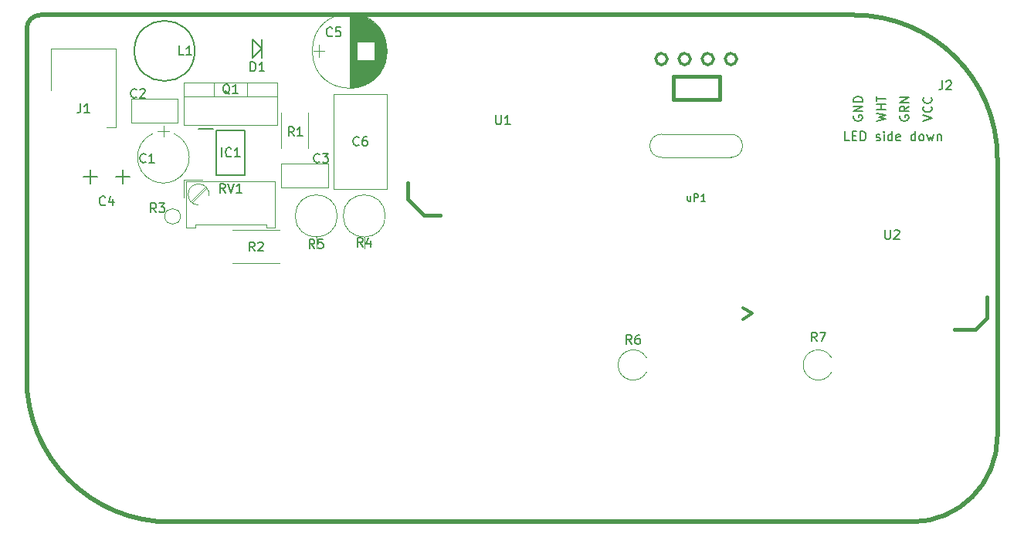
<source format=gto>
G04 #@! TF.GenerationSoftware,KiCad,Pcbnew,(5.1.0)-1*
G04 #@! TF.CreationDate,2019-05-08T22:47:31-04:00*
G04 #@! TF.ProjectId,NixieClock,4e697869-6543-46c6-9f63-6b2e6b696361,rev?*
G04 #@! TF.SameCoordinates,Original*
G04 #@! TF.FileFunction,Legend,Top*
G04 #@! TF.FilePolarity,Positive*
%FSLAX46Y46*%
G04 Gerber Fmt 4.6, Leading zero omitted, Abs format (unit mm)*
G04 Created by KiCad (PCBNEW (5.1.0)-1) date 2019-05-08 22:47:31*
%MOMM*%
%LPD*%
G04 APERTURE LIST*
%ADD10C,0.500000*%
%ADD11C,0.150000*%
%ADD12C,0.120000*%
%ADD13C,0.300000*%
%ADD14C,0.400000*%
%ADD15C,0.200000*%
%ADD16C,0.160000*%
G04 APERTURE END LIST*
D10*
X70866000Y-49022000D02*
X160020000Y-49022000D01*
X69342000Y-50546000D02*
G75*
G02X70866000Y-49022000I1524000J0D01*
G01*
X69342000Y-50546000D02*
X69342000Y-88900000D01*
X175768000Y-95250000D02*
X175768000Y-64770000D01*
X160020000Y-49022000D02*
G75*
G02X175768000Y-64770000I0J-15748000D01*
G01*
X85090000Y-104648000D02*
G75*
G02X69342000Y-88900000I0J15748000D01*
G01*
X175768000Y-95250000D02*
G75*
G02X166370000Y-104648000I-9398000J0D01*
G01*
X166370000Y-104648000D02*
X85090000Y-104648000D01*
D11*
X76327000Y-66040000D02*
X76327000Y-67564000D01*
X75565000Y-66802000D02*
X77089000Y-66802000D01*
X79121000Y-66802000D02*
X80645000Y-66802000D01*
X79883000Y-66040000D02*
X79883000Y-67564000D01*
D12*
X79121000Y-61341000D02*
X78105000Y-61341000D01*
X79121000Y-52705000D02*
X79121000Y-61341000D01*
X72009000Y-52705000D02*
X79121000Y-52705000D01*
X72009000Y-57277000D02*
X72009000Y-52705000D01*
D13*
X148844000Y-81788000D02*
X147828000Y-81153000D01*
X147828000Y-82423000D02*
X148844000Y-81788000D01*
D12*
X146558000Y-62103000D02*
G75*
G02X146558000Y-64643000I0J-1270000D01*
G01*
X138938000Y-64643000D02*
G75*
G02X138938000Y-62103000I0J1270000D01*
G01*
D14*
X140208000Y-55753000D02*
X140208000Y-58293000D01*
X145288000Y-55753000D02*
X140208000Y-55753000D01*
X145288000Y-58293000D02*
X145288000Y-55753000D01*
X140208000Y-58293000D02*
X145288000Y-58293000D01*
D12*
X146558000Y-62103000D02*
X138938000Y-62103000D01*
X138938000Y-64643000D02*
X146558000Y-64643000D01*
D13*
X147188000Y-53848000D02*
G75*
G03X147188000Y-53848000I-630000J0D01*
G01*
X144648000Y-53848000D02*
G75*
G03X144648000Y-53848000I-630000J0D01*
G01*
X142108000Y-53848000D02*
G75*
G03X142108000Y-53848000I-630000J0D01*
G01*
X139568000Y-53848000D02*
G75*
G03X139568000Y-53848000I-630000J0D01*
G01*
D14*
X174625000Y-82296000D02*
X174625000Y-80010000D01*
X173355000Y-83566000D02*
X171069000Y-83566000D01*
X173355000Y-83566000D02*
X174625000Y-82296000D01*
X111125000Y-67437000D02*
X111125000Y-69215000D01*
X112903000Y-70993000D02*
X114681000Y-70993000D01*
X111125000Y-69215000D02*
X112903000Y-70993000D01*
D12*
X97242000Y-65365000D02*
X102362000Y-65365000D01*
X97242000Y-67985000D02*
X102362000Y-67985000D01*
X97242000Y-65365000D02*
X97242000Y-67985000D01*
X102362000Y-65365000D02*
X102362000Y-67985000D01*
D11*
X95123000Y-53721000D02*
X95123000Y-51689000D01*
X94107000Y-51689000D02*
X94107000Y-53721000D01*
X95123000Y-52705000D02*
X94107000Y-51689000D01*
X94107000Y-53721000D02*
X95123000Y-52705000D01*
D12*
X91888000Y-72602000D02*
X97088000Y-72602000D01*
X97088000Y-76242000D02*
X91888000Y-76242000D01*
D11*
X87766755Y-52959000D02*
G75*
G03X87766755Y-52959000I-3311755J0D01*
G01*
D12*
X85507967Y-67206269D02*
G75*
G03X85508000Y-62039746I-1179967J2583269D01*
G01*
X83148033Y-67206269D02*
G75*
G02X83148000Y-62039746I1179967J2583269D01*
G01*
X83148033Y-67206269D02*
G75*
G03X85508000Y-67206254I1179967J2583269D01*
G01*
X84328000Y-61173000D02*
X84328000Y-62373000D01*
X84978000Y-61773000D02*
X83678000Y-61773000D01*
X157588628Y-88226222D02*
G75*
G02X157588310Y-86626800I-1454828J799422D01*
G01*
X137294028Y-88226222D02*
G75*
G02X137293710Y-86626800I-1454828J799422D01*
G01*
X80772000Y-60873000D02*
X80772000Y-58253000D01*
X85892000Y-60873000D02*
X85892000Y-58253000D01*
X85892000Y-58253000D02*
X80772000Y-58253000D01*
X85892000Y-60873000D02*
X80772000Y-60873000D01*
X108837000Y-52959000D02*
G75*
G03X108837000Y-52959000I-4090000J0D01*
G01*
X104747000Y-48909000D02*
X104747000Y-57009000D01*
X104787000Y-48909000D02*
X104787000Y-57009000D01*
X104827000Y-48909000D02*
X104827000Y-57009000D01*
X104867000Y-48910000D02*
X104867000Y-57008000D01*
X104907000Y-48912000D02*
X104907000Y-57006000D01*
X104947000Y-48913000D02*
X104947000Y-57005000D01*
X104987000Y-48916000D02*
X104987000Y-57002000D01*
X105027000Y-48918000D02*
X105027000Y-57000000D01*
X105067000Y-48921000D02*
X105067000Y-56997000D01*
X105107000Y-48924000D02*
X105107000Y-56994000D01*
X105147000Y-48928000D02*
X105147000Y-56990000D01*
X105187000Y-48932000D02*
X105187000Y-56986000D01*
X105227000Y-48937000D02*
X105227000Y-56981000D01*
X105267000Y-48942000D02*
X105267000Y-56976000D01*
X105307000Y-48947000D02*
X105307000Y-56971000D01*
X105347000Y-48953000D02*
X105347000Y-56965000D01*
X105387000Y-48959000D02*
X105387000Y-56959000D01*
X105427000Y-48965000D02*
X105427000Y-56953000D01*
X105468000Y-48972000D02*
X105468000Y-56946000D01*
X105508000Y-48980000D02*
X105508000Y-56938000D01*
X105548000Y-48988000D02*
X105548000Y-51979000D01*
X105548000Y-53939000D02*
X105548000Y-56930000D01*
X105588000Y-48996000D02*
X105588000Y-51979000D01*
X105588000Y-53939000D02*
X105588000Y-56922000D01*
X105628000Y-49004000D02*
X105628000Y-51979000D01*
X105628000Y-53939000D02*
X105628000Y-56914000D01*
X105668000Y-49013000D02*
X105668000Y-51979000D01*
X105668000Y-53939000D02*
X105668000Y-56905000D01*
X105708000Y-49023000D02*
X105708000Y-51979000D01*
X105708000Y-53939000D02*
X105708000Y-56895000D01*
X105748000Y-49033000D02*
X105748000Y-51979000D01*
X105748000Y-53939000D02*
X105748000Y-56885000D01*
X105788000Y-49043000D02*
X105788000Y-51979000D01*
X105788000Y-53939000D02*
X105788000Y-56875000D01*
X105828000Y-49054000D02*
X105828000Y-51979000D01*
X105828000Y-53939000D02*
X105828000Y-56864000D01*
X105868000Y-49065000D02*
X105868000Y-51979000D01*
X105868000Y-53939000D02*
X105868000Y-56853000D01*
X105908000Y-49076000D02*
X105908000Y-51979000D01*
X105908000Y-53939000D02*
X105908000Y-56842000D01*
X105948000Y-49089000D02*
X105948000Y-51979000D01*
X105948000Y-53939000D02*
X105948000Y-56829000D01*
X105988000Y-49101000D02*
X105988000Y-51979000D01*
X105988000Y-53939000D02*
X105988000Y-56817000D01*
X106028000Y-49114000D02*
X106028000Y-51979000D01*
X106028000Y-53939000D02*
X106028000Y-56804000D01*
X106068000Y-49127000D02*
X106068000Y-51979000D01*
X106068000Y-53939000D02*
X106068000Y-56791000D01*
X106108000Y-49141000D02*
X106108000Y-51979000D01*
X106108000Y-53939000D02*
X106108000Y-56777000D01*
X106148000Y-49156000D02*
X106148000Y-51979000D01*
X106148000Y-53939000D02*
X106148000Y-56762000D01*
X106188000Y-49170000D02*
X106188000Y-51979000D01*
X106188000Y-53939000D02*
X106188000Y-56748000D01*
X106228000Y-49186000D02*
X106228000Y-51979000D01*
X106228000Y-53939000D02*
X106228000Y-56732000D01*
X106268000Y-49201000D02*
X106268000Y-51979000D01*
X106268000Y-53939000D02*
X106268000Y-56717000D01*
X106308000Y-49218000D02*
X106308000Y-51979000D01*
X106308000Y-53939000D02*
X106308000Y-56700000D01*
X106348000Y-49234000D02*
X106348000Y-51979000D01*
X106348000Y-53939000D02*
X106348000Y-56684000D01*
X106388000Y-49252000D02*
X106388000Y-51979000D01*
X106388000Y-53939000D02*
X106388000Y-56666000D01*
X106428000Y-49269000D02*
X106428000Y-51979000D01*
X106428000Y-53939000D02*
X106428000Y-56649000D01*
X106468000Y-49288000D02*
X106468000Y-51979000D01*
X106468000Y-53939000D02*
X106468000Y-56630000D01*
X106508000Y-49307000D02*
X106508000Y-51979000D01*
X106508000Y-53939000D02*
X106508000Y-56611000D01*
X106548000Y-49326000D02*
X106548000Y-51979000D01*
X106548000Y-53939000D02*
X106548000Y-56592000D01*
X106588000Y-49346000D02*
X106588000Y-51979000D01*
X106588000Y-53939000D02*
X106588000Y-56572000D01*
X106628000Y-49366000D02*
X106628000Y-51979000D01*
X106628000Y-53939000D02*
X106628000Y-56552000D01*
X106668000Y-49387000D02*
X106668000Y-51979000D01*
X106668000Y-53939000D02*
X106668000Y-56531000D01*
X106708000Y-49409000D02*
X106708000Y-51979000D01*
X106708000Y-53939000D02*
X106708000Y-56509000D01*
X106748000Y-49431000D02*
X106748000Y-51979000D01*
X106748000Y-53939000D02*
X106748000Y-56487000D01*
X106788000Y-49454000D02*
X106788000Y-51979000D01*
X106788000Y-53939000D02*
X106788000Y-56464000D01*
X106828000Y-49477000D02*
X106828000Y-51979000D01*
X106828000Y-53939000D02*
X106828000Y-56441000D01*
X106868000Y-49501000D02*
X106868000Y-51979000D01*
X106868000Y-53939000D02*
X106868000Y-56417000D01*
X106908000Y-49525000D02*
X106908000Y-51979000D01*
X106908000Y-53939000D02*
X106908000Y-56393000D01*
X106948000Y-49551000D02*
X106948000Y-51979000D01*
X106948000Y-53939000D02*
X106948000Y-56367000D01*
X106988000Y-49576000D02*
X106988000Y-51979000D01*
X106988000Y-53939000D02*
X106988000Y-56342000D01*
X107028000Y-49603000D02*
X107028000Y-51979000D01*
X107028000Y-53939000D02*
X107028000Y-56315000D01*
X107068000Y-49630000D02*
X107068000Y-51979000D01*
X107068000Y-53939000D02*
X107068000Y-56288000D01*
X107108000Y-49658000D02*
X107108000Y-51979000D01*
X107108000Y-53939000D02*
X107108000Y-56260000D01*
X107148000Y-49687000D02*
X107148000Y-51979000D01*
X107148000Y-53939000D02*
X107148000Y-56231000D01*
X107188000Y-49716000D02*
X107188000Y-51979000D01*
X107188000Y-53939000D02*
X107188000Y-56202000D01*
X107228000Y-49746000D02*
X107228000Y-51979000D01*
X107228000Y-53939000D02*
X107228000Y-56172000D01*
X107268000Y-49777000D02*
X107268000Y-51979000D01*
X107268000Y-53939000D02*
X107268000Y-56141000D01*
X107308000Y-49809000D02*
X107308000Y-51979000D01*
X107308000Y-53939000D02*
X107308000Y-56109000D01*
X107348000Y-49841000D02*
X107348000Y-51979000D01*
X107348000Y-53939000D02*
X107348000Y-56077000D01*
X107388000Y-49875000D02*
X107388000Y-51979000D01*
X107388000Y-53939000D02*
X107388000Y-56043000D01*
X107428000Y-49909000D02*
X107428000Y-51979000D01*
X107428000Y-53939000D02*
X107428000Y-56009000D01*
X107468000Y-49944000D02*
X107468000Y-51979000D01*
X107468000Y-53939000D02*
X107468000Y-55974000D01*
X107508000Y-49980000D02*
X107508000Y-55938000D01*
X107548000Y-50017000D02*
X107548000Y-55901000D01*
X107588000Y-50055000D02*
X107588000Y-55863000D01*
X107628000Y-50094000D02*
X107628000Y-55824000D01*
X107668000Y-50135000D02*
X107668000Y-55783000D01*
X107708000Y-50176000D02*
X107708000Y-55742000D01*
X107748000Y-50219000D02*
X107748000Y-55699000D01*
X107788000Y-50262000D02*
X107788000Y-55656000D01*
X107828000Y-50307000D02*
X107828000Y-55611000D01*
X107868000Y-50354000D02*
X107868000Y-55564000D01*
X107908000Y-50402000D02*
X107908000Y-55516000D01*
X107948000Y-50451000D02*
X107948000Y-55467000D01*
X107988000Y-50502000D02*
X107988000Y-55416000D01*
X108028000Y-50555000D02*
X108028000Y-55363000D01*
X108068000Y-50610000D02*
X108068000Y-55308000D01*
X108108000Y-50666000D02*
X108108000Y-55252000D01*
X108148000Y-50725000D02*
X108148000Y-55193000D01*
X108188000Y-50786000D02*
X108188000Y-55132000D01*
X108228000Y-50850000D02*
X108228000Y-55068000D01*
X108268000Y-50916000D02*
X108268000Y-55002000D01*
X108308000Y-50985000D02*
X108308000Y-54933000D01*
X108348000Y-51057000D02*
X108348000Y-54861000D01*
X108388000Y-51133000D02*
X108388000Y-54785000D01*
X108428000Y-51214000D02*
X108428000Y-54704000D01*
X108468000Y-51299000D02*
X108468000Y-54619000D01*
X108508000Y-51389000D02*
X108508000Y-54529000D01*
X108548000Y-51486000D02*
X108548000Y-54432000D01*
X108588000Y-51590000D02*
X108588000Y-54328000D01*
X108628000Y-51705000D02*
X108628000Y-54213000D01*
X108668000Y-51832000D02*
X108668000Y-54086000D01*
X108708000Y-51976000D02*
X108708000Y-53942000D01*
X108748000Y-52145000D02*
X108748000Y-53773000D01*
X108788000Y-52361000D02*
X108788000Y-53557000D01*
X108828000Y-52713000D02*
X108828000Y-53205000D01*
X100797000Y-52959000D02*
X101997000Y-52959000D01*
X101397000Y-52309000D02*
X101397000Y-53609000D01*
X103008000Y-68135000D02*
X103008000Y-57715000D01*
X108828000Y-68135000D02*
X108828000Y-57715000D01*
X103008000Y-68135000D02*
X108828000Y-68135000D01*
X103008000Y-57715000D02*
X108828000Y-57715000D01*
X86574000Y-56435000D02*
X96814000Y-56435000D01*
X86574000Y-61076000D02*
X96814000Y-61076000D01*
X86574000Y-56435000D02*
X86574000Y-61076000D01*
X96814000Y-56435000D02*
X96814000Y-61076000D01*
X86574000Y-57945000D02*
X96814000Y-57945000D01*
X89844000Y-56435000D02*
X89844000Y-57945000D01*
X93545000Y-56435000D02*
X93545000Y-57945000D01*
X97199000Y-63672000D02*
X97199000Y-59772000D01*
X100159000Y-59772000D02*
X100159000Y-63672000D01*
X86204000Y-71120000D02*
G75*
G03X86204000Y-71120000I-860000J0D01*
G01*
X85344000Y-70260000D02*
X85344000Y-70220000D01*
X88178842Y-69864824D02*
G75*
G02X88199000Y-67555000I20158J1154824D01*
G01*
X88178226Y-67556043D02*
G75*
G02X89342000Y-68870000I20774J-1153957D01*
G01*
X86809000Y-67310000D02*
X86809000Y-72380000D01*
X86809000Y-72380000D02*
X87799000Y-72380000D01*
X87799000Y-72380000D02*
X87799000Y-72000000D01*
X87799000Y-72000000D02*
X95589000Y-72000000D01*
X95589000Y-72000000D02*
X95589000Y-72380000D01*
X95589000Y-72380000D02*
X96579000Y-72380000D01*
X96579000Y-72380000D02*
X96579000Y-67310000D01*
X96579000Y-67310000D02*
X86809000Y-67310000D01*
X87323000Y-69444000D02*
X88934000Y-67834000D01*
X87463000Y-69585000D02*
X88156000Y-68893000D01*
X88196000Y-68852000D02*
X89075000Y-67975000D01*
X86569000Y-69070000D02*
X86569000Y-67070000D01*
X86569000Y-67070000D02*
X88569000Y-67070000D01*
D15*
X88219000Y-61555000D02*
X89744000Y-61555000D01*
X90094000Y-66585000D02*
X90094000Y-61685000D01*
X93294000Y-66585000D02*
X90094000Y-66585000D01*
X93294000Y-61685000D02*
X93294000Y-66585000D01*
X90094000Y-61685000D02*
X93294000Y-61685000D01*
D12*
X108659800Y-71069200D02*
G75*
G03X108659800Y-71069200I-2310000J0D01*
G01*
X106349800Y-73379200D02*
X106349800Y-74649200D01*
X103402000Y-71069200D02*
G75*
G03X103402000Y-71069200I-2310000J0D01*
G01*
X101092000Y-73379200D02*
X101092000Y-74649200D01*
D11*
X77938333Y-69826142D02*
X77890714Y-69873761D01*
X77747857Y-69921380D01*
X77652619Y-69921380D01*
X77509761Y-69873761D01*
X77414523Y-69778523D01*
X77366904Y-69683285D01*
X77319285Y-69492809D01*
X77319285Y-69349952D01*
X77366904Y-69159476D01*
X77414523Y-69064238D01*
X77509761Y-68969000D01*
X77652619Y-68921380D01*
X77747857Y-68921380D01*
X77890714Y-68969000D01*
X77938333Y-69016619D01*
X78795476Y-69254714D02*
X78795476Y-69921380D01*
X78557380Y-68873761D02*
X78319285Y-69588047D01*
X78938333Y-69588047D01*
X75231666Y-58761380D02*
X75231666Y-59475666D01*
X75184047Y-59618523D01*
X75088809Y-59713761D01*
X74945952Y-59761380D01*
X74850714Y-59761380D01*
X76231666Y-59761380D02*
X75660238Y-59761380D01*
X75945952Y-59761380D02*
X75945952Y-58761380D01*
X75850714Y-58904238D01*
X75755476Y-58999476D01*
X75660238Y-59047095D01*
D16*
X142138476Y-68916571D02*
X142138476Y-69449904D01*
X141795619Y-68916571D02*
X141795619Y-69335619D01*
X141833714Y-69411809D01*
X141909904Y-69449904D01*
X142024190Y-69449904D01*
X142100380Y-69411809D01*
X142138476Y-69373714D01*
X142519428Y-69449904D02*
X142519428Y-68649904D01*
X142824190Y-68649904D01*
X142900380Y-68688000D01*
X142938476Y-68726095D01*
X142976571Y-68802285D01*
X142976571Y-68916571D01*
X142938476Y-68992761D01*
X142900380Y-69030857D01*
X142824190Y-69068952D01*
X142519428Y-69068952D01*
X143738476Y-69449904D02*
X143281333Y-69449904D01*
X143509904Y-69449904D02*
X143509904Y-68649904D01*
X143433714Y-68764190D01*
X143357523Y-68840380D01*
X143281333Y-68878476D01*
D11*
X163449095Y-72604380D02*
X163449095Y-73413904D01*
X163496714Y-73509142D01*
X163544333Y-73556761D01*
X163639571Y-73604380D01*
X163830047Y-73604380D01*
X163925285Y-73556761D01*
X163972904Y-73509142D01*
X164020523Y-73413904D01*
X164020523Y-72604380D01*
X164449095Y-72699619D02*
X164496714Y-72652000D01*
X164591952Y-72604380D01*
X164830047Y-72604380D01*
X164925285Y-72652000D01*
X164972904Y-72699619D01*
X165020523Y-72794857D01*
X165020523Y-72890095D01*
X164972904Y-73032952D01*
X164401476Y-73604380D01*
X165020523Y-73604380D01*
X120777095Y-60031380D02*
X120777095Y-60840904D01*
X120824714Y-60936142D01*
X120872333Y-60983761D01*
X120967571Y-61031380D01*
X121158047Y-61031380D01*
X121253285Y-60983761D01*
X121300904Y-60936142D01*
X121348523Y-60840904D01*
X121348523Y-60031380D01*
X122348523Y-61031380D02*
X121777095Y-61031380D01*
X122062809Y-61031380D02*
X122062809Y-60031380D01*
X121967571Y-60174238D01*
X121872333Y-60269476D01*
X121777095Y-60317095D01*
X101433333Y-65127142D02*
X101385714Y-65174761D01*
X101242857Y-65222380D01*
X101147619Y-65222380D01*
X101004761Y-65174761D01*
X100909523Y-65079523D01*
X100861904Y-64984285D01*
X100814285Y-64793809D01*
X100814285Y-64650952D01*
X100861904Y-64460476D01*
X100909523Y-64365238D01*
X101004761Y-64270000D01*
X101147619Y-64222380D01*
X101242857Y-64222380D01*
X101385714Y-64270000D01*
X101433333Y-64317619D01*
X101766666Y-64222380D02*
X102385714Y-64222380D01*
X102052380Y-64603333D01*
X102195238Y-64603333D01*
X102290476Y-64650952D01*
X102338095Y-64698571D01*
X102385714Y-64793809D01*
X102385714Y-65031904D01*
X102338095Y-65127142D01*
X102290476Y-65174761D01*
X102195238Y-65222380D01*
X101909523Y-65222380D01*
X101814285Y-65174761D01*
X101766666Y-65127142D01*
X93876904Y-55189380D02*
X93876904Y-54189380D01*
X94115000Y-54189380D01*
X94257857Y-54237000D01*
X94353095Y-54332238D01*
X94400714Y-54427476D01*
X94448333Y-54617952D01*
X94448333Y-54760809D01*
X94400714Y-54951285D01*
X94353095Y-55046523D01*
X94257857Y-55141761D01*
X94115000Y-55189380D01*
X93876904Y-55189380D01*
X95400714Y-55189380D02*
X94829285Y-55189380D01*
X95115000Y-55189380D02*
X95115000Y-54189380D01*
X95019761Y-54332238D01*
X94924523Y-54427476D01*
X94829285Y-54475095D01*
X94321333Y-74925180D02*
X93988000Y-74448990D01*
X93749904Y-74925180D02*
X93749904Y-73925180D01*
X94130857Y-73925180D01*
X94226095Y-73972800D01*
X94273714Y-74020419D01*
X94321333Y-74115657D01*
X94321333Y-74258514D01*
X94273714Y-74353752D01*
X94226095Y-74401371D01*
X94130857Y-74448990D01*
X93749904Y-74448990D01*
X94702285Y-74020419D02*
X94749904Y-73972800D01*
X94845142Y-73925180D01*
X95083238Y-73925180D01*
X95178476Y-73972800D01*
X95226095Y-74020419D01*
X95273714Y-74115657D01*
X95273714Y-74210895D01*
X95226095Y-74353752D01*
X94654666Y-74925180D01*
X95273714Y-74925180D01*
X169719666Y-56221380D02*
X169719666Y-56935666D01*
X169672047Y-57078523D01*
X169576809Y-57173761D01*
X169433952Y-57221380D01*
X169338714Y-57221380D01*
X170148238Y-56316619D02*
X170195857Y-56269000D01*
X170291095Y-56221380D01*
X170529190Y-56221380D01*
X170624428Y-56269000D01*
X170672047Y-56316619D01*
X170719666Y-56411857D01*
X170719666Y-56507095D01*
X170672047Y-56649952D01*
X170100619Y-57221380D01*
X170719666Y-57221380D01*
X162520380Y-60642333D02*
X163520380Y-60404238D01*
X162806095Y-60213761D01*
X163520380Y-60023285D01*
X162520380Y-59785190D01*
X163520380Y-59404238D02*
X162520380Y-59404238D01*
X162996571Y-59404238D02*
X162996571Y-58832809D01*
X163520380Y-58832809D02*
X162520380Y-58832809D01*
X162520380Y-58499476D02*
X162520380Y-57928047D01*
X163520380Y-58213761D02*
X162520380Y-58213761D01*
X165108000Y-60070904D02*
X165060380Y-60166142D01*
X165060380Y-60309000D01*
X165108000Y-60451857D01*
X165203238Y-60547095D01*
X165298476Y-60594714D01*
X165488952Y-60642333D01*
X165631809Y-60642333D01*
X165822285Y-60594714D01*
X165917523Y-60547095D01*
X166012761Y-60451857D01*
X166060380Y-60309000D01*
X166060380Y-60213761D01*
X166012761Y-60070904D01*
X165965142Y-60023285D01*
X165631809Y-60023285D01*
X165631809Y-60213761D01*
X166060380Y-59023285D02*
X165584190Y-59356619D01*
X166060380Y-59594714D02*
X165060380Y-59594714D01*
X165060380Y-59213761D01*
X165108000Y-59118523D01*
X165155619Y-59070904D01*
X165250857Y-59023285D01*
X165393714Y-59023285D01*
X165488952Y-59070904D01*
X165536571Y-59118523D01*
X165584190Y-59213761D01*
X165584190Y-59594714D01*
X166060380Y-58594714D02*
X165060380Y-58594714D01*
X166060380Y-58023285D01*
X165060380Y-58023285D01*
X167600380Y-60642333D02*
X168600380Y-60309000D01*
X167600380Y-59975666D01*
X168505142Y-59070904D02*
X168552761Y-59118523D01*
X168600380Y-59261380D01*
X168600380Y-59356619D01*
X168552761Y-59499476D01*
X168457523Y-59594714D01*
X168362285Y-59642333D01*
X168171809Y-59689952D01*
X168028952Y-59689952D01*
X167838476Y-59642333D01*
X167743238Y-59594714D01*
X167648000Y-59499476D01*
X167600380Y-59356619D01*
X167600380Y-59261380D01*
X167648000Y-59118523D01*
X167695619Y-59070904D01*
X168505142Y-58070904D02*
X168552761Y-58118523D01*
X168600380Y-58261380D01*
X168600380Y-58356619D01*
X168552761Y-58499476D01*
X168457523Y-58594714D01*
X168362285Y-58642333D01*
X168171809Y-58689952D01*
X168028952Y-58689952D01*
X167838476Y-58642333D01*
X167743238Y-58594714D01*
X167648000Y-58499476D01*
X167600380Y-58356619D01*
X167600380Y-58261380D01*
X167648000Y-58118523D01*
X167695619Y-58070904D01*
X159528476Y-62809380D02*
X159052285Y-62809380D01*
X159052285Y-61809380D01*
X159861809Y-62285571D02*
X160195142Y-62285571D01*
X160338000Y-62809380D02*
X159861809Y-62809380D01*
X159861809Y-61809380D01*
X160338000Y-61809380D01*
X160766571Y-62809380D02*
X160766571Y-61809380D01*
X161004666Y-61809380D01*
X161147523Y-61857000D01*
X161242761Y-61952238D01*
X161290380Y-62047476D01*
X161338000Y-62237952D01*
X161338000Y-62380809D01*
X161290380Y-62571285D01*
X161242761Y-62666523D01*
X161147523Y-62761761D01*
X161004666Y-62809380D01*
X160766571Y-62809380D01*
X162480857Y-62761761D02*
X162576095Y-62809380D01*
X162766571Y-62809380D01*
X162861809Y-62761761D01*
X162909428Y-62666523D01*
X162909428Y-62618904D01*
X162861809Y-62523666D01*
X162766571Y-62476047D01*
X162623714Y-62476047D01*
X162528476Y-62428428D01*
X162480857Y-62333190D01*
X162480857Y-62285571D01*
X162528476Y-62190333D01*
X162623714Y-62142714D01*
X162766571Y-62142714D01*
X162861809Y-62190333D01*
X163338000Y-62809380D02*
X163338000Y-62142714D01*
X163338000Y-61809380D02*
X163290380Y-61857000D01*
X163338000Y-61904619D01*
X163385619Y-61857000D01*
X163338000Y-61809380D01*
X163338000Y-61904619D01*
X164242761Y-62809380D02*
X164242761Y-61809380D01*
X164242761Y-62761761D02*
X164147523Y-62809380D01*
X163957047Y-62809380D01*
X163861809Y-62761761D01*
X163814190Y-62714142D01*
X163766571Y-62618904D01*
X163766571Y-62333190D01*
X163814190Y-62237952D01*
X163861809Y-62190333D01*
X163957047Y-62142714D01*
X164147523Y-62142714D01*
X164242761Y-62190333D01*
X165099904Y-62761761D02*
X165004666Y-62809380D01*
X164814190Y-62809380D01*
X164718952Y-62761761D01*
X164671333Y-62666523D01*
X164671333Y-62285571D01*
X164718952Y-62190333D01*
X164814190Y-62142714D01*
X165004666Y-62142714D01*
X165099904Y-62190333D01*
X165147523Y-62285571D01*
X165147523Y-62380809D01*
X164671333Y-62476047D01*
X166766571Y-62809380D02*
X166766571Y-61809380D01*
X166766571Y-62761761D02*
X166671333Y-62809380D01*
X166480857Y-62809380D01*
X166385619Y-62761761D01*
X166338000Y-62714142D01*
X166290380Y-62618904D01*
X166290380Y-62333190D01*
X166338000Y-62237952D01*
X166385619Y-62190333D01*
X166480857Y-62142714D01*
X166671333Y-62142714D01*
X166766571Y-62190333D01*
X167385619Y-62809380D02*
X167290380Y-62761761D01*
X167242761Y-62714142D01*
X167195142Y-62618904D01*
X167195142Y-62333190D01*
X167242761Y-62237952D01*
X167290380Y-62190333D01*
X167385619Y-62142714D01*
X167528476Y-62142714D01*
X167623714Y-62190333D01*
X167671333Y-62237952D01*
X167718952Y-62333190D01*
X167718952Y-62618904D01*
X167671333Y-62714142D01*
X167623714Y-62761761D01*
X167528476Y-62809380D01*
X167385619Y-62809380D01*
X168052285Y-62142714D02*
X168242761Y-62809380D01*
X168433238Y-62333190D01*
X168623714Y-62809380D01*
X168814190Y-62142714D01*
X169195142Y-62142714D02*
X169195142Y-62809380D01*
X169195142Y-62237952D02*
X169242761Y-62190333D01*
X169338000Y-62142714D01*
X169480857Y-62142714D01*
X169576095Y-62190333D01*
X169623714Y-62285571D01*
X169623714Y-62809380D01*
X160028000Y-60070904D02*
X159980380Y-60166142D01*
X159980380Y-60309000D01*
X160028000Y-60451857D01*
X160123238Y-60547095D01*
X160218476Y-60594714D01*
X160408952Y-60642333D01*
X160551809Y-60642333D01*
X160742285Y-60594714D01*
X160837523Y-60547095D01*
X160932761Y-60451857D01*
X160980380Y-60309000D01*
X160980380Y-60213761D01*
X160932761Y-60070904D01*
X160885142Y-60023285D01*
X160551809Y-60023285D01*
X160551809Y-60213761D01*
X160980380Y-59594714D02*
X159980380Y-59594714D01*
X160980380Y-59023285D01*
X159980380Y-59023285D01*
X160980380Y-58547095D02*
X159980380Y-58547095D01*
X159980380Y-58309000D01*
X160028000Y-58166142D01*
X160123238Y-58070904D01*
X160218476Y-58023285D01*
X160408952Y-57975666D01*
X160551809Y-57975666D01*
X160742285Y-58023285D01*
X160837523Y-58070904D01*
X160932761Y-58166142D01*
X160980380Y-58309000D01*
X160980380Y-58547095D01*
X86574333Y-53411380D02*
X86098142Y-53411380D01*
X86098142Y-52411380D01*
X87431476Y-53411380D02*
X86860047Y-53411380D01*
X87145761Y-53411380D02*
X87145761Y-52411380D01*
X87050523Y-52554238D01*
X86955285Y-52649476D01*
X86860047Y-52697095D01*
X82383333Y-65127142D02*
X82335714Y-65174761D01*
X82192857Y-65222380D01*
X82097619Y-65222380D01*
X81954761Y-65174761D01*
X81859523Y-65079523D01*
X81811904Y-64984285D01*
X81764285Y-64793809D01*
X81764285Y-64650952D01*
X81811904Y-64460476D01*
X81859523Y-64365238D01*
X81954761Y-64270000D01*
X82097619Y-64222380D01*
X82192857Y-64222380D01*
X82335714Y-64270000D01*
X82383333Y-64317619D01*
X83335714Y-65222380D02*
X82764285Y-65222380D01*
X83050000Y-65222380D02*
X83050000Y-64222380D01*
X82954761Y-64365238D01*
X82859523Y-64460476D01*
X82764285Y-64508095D01*
X155967133Y-84831180D02*
X155633800Y-84354990D01*
X155395704Y-84831180D02*
X155395704Y-83831180D01*
X155776657Y-83831180D01*
X155871895Y-83878800D01*
X155919514Y-83926419D01*
X155967133Y-84021657D01*
X155967133Y-84164514D01*
X155919514Y-84259752D01*
X155871895Y-84307371D01*
X155776657Y-84354990D01*
X155395704Y-84354990D01*
X156300466Y-83831180D02*
X156967133Y-83831180D01*
X156538561Y-84831180D01*
X135672533Y-85135980D02*
X135339200Y-84659790D01*
X135101104Y-85135980D02*
X135101104Y-84135980D01*
X135482057Y-84135980D01*
X135577295Y-84183600D01*
X135624914Y-84231219D01*
X135672533Y-84326457D01*
X135672533Y-84469314D01*
X135624914Y-84564552D01*
X135577295Y-84612171D01*
X135482057Y-84659790D01*
X135101104Y-84659790D01*
X136529676Y-84135980D02*
X136339200Y-84135980D01*
X136243961Y-84183600D01*
X136196342Y-84231219D01*
X136101104Y-84374076D01*
X136053485Y-84564552D01*
X136053485Y-84945504D01*
X136101104Y-85040742D01*
X136148723Y-85088361D01*
X136243961Y-85135980D01*
X136434438Y-85135980D01*
X136529676Y-85088361D01*
X136577295Y-85040742D01*
X136624914Y-84945504D01*
X136624914Y-84707409D01*
X136577295Y-84612171D01*
X136529676Y-84564552D01*
X136434438Y-84516933D01*
X136243961Y-84516933D01*
X136148723Y-84564552D01*
X136101104Y-84612171D01*
X136053485Y-84707409D01*
X81367333Y-58015142D02*
X81319714Y-58062761D01*
X81176857Y-58110380D01*
X81081619Y-58110380D01*
X80938761Y-58062761D01*
X80843523Y-57967523D01*
X80795904Y-57872285D01*
X80748285Y-57681809D01*
X80748285Y-57538952D01*
X80795904Y-57348476D01*
X80843523Y-57253238D01*
X80938761Y-57158000D01*
X81081619Y-57110380D01*
X81176857Y-57110380D01*
X81319714Y-57158000D01*
X81367333Y-57205619D01*
X81748285Y-57205619D02*
X81795904Y-57158000D01*
X81891142Y-57110380D01*
X82129238Y-57110380D01*
X82224476Y-57158000D01*
X82272095Y-57205619D01*
X82319714Y-57300857D01*
X82319714Y-57396095D01*
X82272095Y-57538952D01*
X81700666Y-58110380D01*
X82319714Y-58110380D01*
X102830333Y-51284142D02*
X102782714Y-51331761D01*
X102639857Y-51379380D01*
X102544619Y-51379380D01*
X102401761Y-51331761D01*
X102306523Y-51236523D01*
X102258904Y-51141285D01*
X102211285Y-50950809D01*
X102211285Y-50807952D01*
X102258904Y-50617476D01*
X102306523Y-50522238D01*
X102401761Y-50427000D01*
X102544619Y-50379380D01*
X102639857Y-50379380D01*
X102782714Y-50427000D01*
X102830333Y-50474619D01*
X103735095Y-50379380D02*
X103258904Y-50379380D01*
X103211285Y-50855571D01*
X103258904Y-50807952D01*
X103354142Y-50760333D01*
X103592238Y-50760333D01*
X103687476Y-50807952D01*
X103735095Y-50855571D01*
X103782714Y-50950809D01*
X103782714Y-51188904D01*
X103735095Y-51284142D01*
X103687476Y-51331761D01*
X103592238Y-51379380D01*
X103354142Y-51379380D01*
X103258904Y-51331761D01*
X103211285Y-51284142D01*
X105751333Y-63282142D02*
X105703714Y-63329761D01*
X105560857Y-63377380D01*
X105465619Y-63377380D01*
X105322761Y-63329761D01*
X105227523Y-63234523D01*
X105179904Y-63139285D01*
X105132285Y-62948809D01*
X105132285Y-62805952D01*
X105179904Y-62615476D01*
X105227523Y-62520238D01*
X105322761Y-62425000D01*
X105465619Y-62377380D01*
X105560857Y-62377380D01*
X105703714Y-62425000D01*
X105751333Y-62472619D01*
X106608476Y-62377380D02*
X106418000Y-62377380D01*
X106322761Y-62425000D01*
X106275142Y-62472619D01*
X106179904Y-62615476D01*
X106132285Y-62805952D01*
X106132285Y-63186904D01*
X106179904Y-63282142D01*
X106227523Y-63329761D01*
X106322761Y-63377380D01*
X106513238Y-63377380D01*
X106608476Y-63329761D01*
X106656095Y-63282142D01*
X106703714Y-63186904D01*
X106703714Y-62948809D01*
X106656095Y-62853571D01*
X106608476Y-62805952D01*
X106513238Y-62758333D01*
X106322761Y-62758333D01*
X106227523Y-62805952D01*
X106179904Y-62853571D01*
X106132285Y-62948809D01*
X91598761Y-57697619D02*
X91503523Y-57650000D01*
X91408285Y-57554761D01*
X91265428Y-57411904D01*
X91170190Y-57364285D01*
X91074952Y-57364285D01*
X91122571Y-57602380D02*
X91027333Y-57554761D01*
X90932095Y-57459523D01*
X90884476Y-57269047D01*
X90884476Y-56935714D01*
X90932095Y-56745238D01*
X91027333Y-56650000D01*
X91122571Y-56602380D01*
X91313047Y-56602380D01*
X91408285Y-56650000D01*
X91503523Y-56745238D01*
X91551142Y-56935714D01*
X91551142Y-57269047D01*
X91503523Y-57459523D01*
X91408285Y-57554761D01*
X91313047Y-57602380D01*
X91122571Y-57602380D01*
X92503523Y-57602380D02*
X91932095Y-57602380D01*
X92217809Y-57602380D02*
X92217809Y-56602380D01*
X92122571Y-56745238D01*
X92027333Y-56840476D01*
X91932095Y-56888095D01*
X98639333Y-62301380D02*
X98306000Y-61825190D01*
X98067904Y-62301380D02*
X98067904Y-61301380D01*
X98448857Y-61301380D01*
X98544095Y-61349000D01*
X98591714Y-61396619D01*
X98639333Y-61491857D01*
X98639333Y-61634714D01*
X98591714Y-61729952D01*
X98544095Y-61777571D01*
X98448857Y-61825190D01*
X98067904Y-61825190D01*
X99591714Y-62301380D02*
X99020285Y-62301380D01*
X99306000Y-62301380D02*
X99306000Y-61301380D01*
X99210761Y-61444238D01*
X99115523Y-61539476D01*
X99020285Y-61587095D01*
X83526333Y-70683380D02*
X83193000Y-70207190D01*
X82954904Y-70683380D02*
X82954904Y-69683380D01*
X83335857Y-69683380D01*
X83431095Y-69731000D01*
X83478714Y-69778619D01*
X83526333Y-69873857D01*
X83526333Y-70016714D01*
X83478714Y-70111952D01*
X83431095Y-70159571D01*
X83335857Y-70207190D01*
X82954904Y-70207190D01*
X83859666Y-69683380D02*
X84478714Y-69683380D01*
X84145380Y-70064333D01*
X84288238Y-70064333D01*
X84383476Y-70111952D01*
X84431095Y-70159571D01*
X84478714Y-70254809D01*
X84478714Y-70492904D01*
X84431095Y-70588142D01*
X84383476Y-70635761D01*
X84288238Y-70683380D01*
X84002523Y-70683380D01*
X83907285Y-70635761D01*
X83859666Y-70588142D01*
X91098761Y-68524380D02*
X90765428Y-68048190D01*
X90527333Y-68524380D02*
X90527333Y-67524380D01*
X90908285Y-67524380D01*
X91003523Y-67572000D01*
X91051142Y-67619619D01*
X91098761Y-67714857D01*
X91098761Y-67857714D01*
X91051142Y-67952952D01*
X91003523Y-68000571D01*
X90908285Y-68048190D01*
X90527333Y-68048190D01*
X91384476Y-67524380D02*
X91717809Y-68524380D01*
X92051142Y-67524380D01*
X92908285Y-68524380D02*
X92336857Y-68524380D01*
X92622571Y-68524380D02*
X92622571Y-67524380D01*
X92527333Y-67667238D01*
X92432095Y-67762476D01*
X92336857Y-67810095D01*
X90717809Y-64587380D02*
X90717809Y-63587380D01*
X91765428Y-64492142D02*
X91717809Y-64539761D01*
X91574952Y-64587380D01*
X91479714Y-64587380D01*
X91336857Y-64539761D01*
X91241619Y-64444523D01*
X91194000Y-64349285D01*
X91146380Y-64158809D01*
X91146380Y-64015952D01*
X91194000Y-63825476D01*
X91241619Y-63730238D01*
X91336857Y-63635000D01*
X91479714Y-63587380D01*
X91574952Y-63587380D01*
X91717809Y-63635000D01*
X91765428Y-63682619D01*
X92717809Y-64587380D02*
X92146380Y-64587380D01*
X92432095Y-64587380D02*
X92432095Y-63587380D01*
X92336857Y-63730238D01*
X92241619Y-63825476D01*
X92146380Y-63873095D01*
X106183133Y-74467980D02*
X105849800Y-73991790D01*
X105611704Y-74467980D02*
X105611704Y-73467980D01*
X105992657Y-73467980D01*
X106087895Y-73515600D01*
X106135514Y-73563219D01*
X106183133Y-73658457D01*
X106183133Y-73801314D01*
X106135514Y-73896552D01*
X106087895Y-73944171D01*
X105992657Y-73991790D01*
X105611704Y-73991790D01*
X107040276Y-73801314D02*
X107040276Y-74467980D01*
X106802180Y-73420361D02*
X106564085Y-74134647D01*
X107183133Y-74134647D01*
X100899933Y-74620380D02*
X100566600Y-74144190D01*
X100328504Y-74620380D02*
X100328504Y-73620380D01*
X100709457Y-73620380D01*
X100804695Y-73668000D01*
X100852314Y-73715619D01*
X100899933Y-73810857D01*
X100899933Y-73953714D01*
X100852314Y-74048952D01*
X100804695Y-74096571D01*
X100709457Y-74144190D01*
X100328504Y-74144190D01*
X101804695Y-73620380D02*
X101328504Y-73620380D01*
X101280885Y-74096571D01*
X101328504Y-74048952D01*
X101423742Y-74001333D01*
X101661838Y-74001333D01*
X101757076Y-74048952D01*
X101804695Y-74096571D01*
X101852314Y-74191809D01*
X101852314Y-74429904D01*
X101804695Y-74525142D01*
X101757076Y-74572761D01*
X101661838Y-74620380D01*
X101423742Y-74620380D01*
X101328504Y-74572761D01*
X101280885Y-74525142D01*
M02*

</source>
